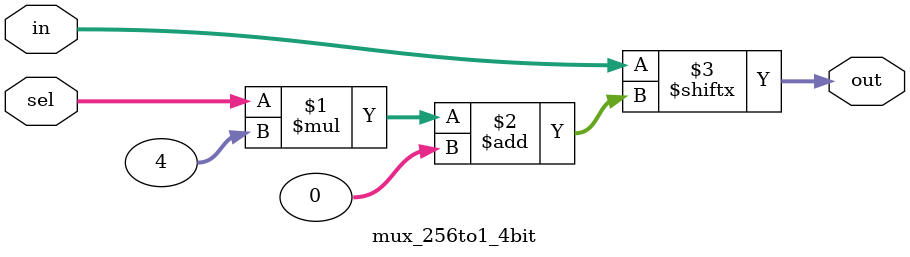
<source format=v>
module mux_256to1_4bit (
    input  [1023:0] in,  // 1024-bit input (256 4-bit values packed)
    input  [7:0]    sel, // 8-bit select signal (0 to 255)
    output [3:0]    out  // 4-bit output
);
    
    assign out = in[sel * 4 +: 4]; // Select 4-bit chunk dynamically
    
endmodule

</source>
